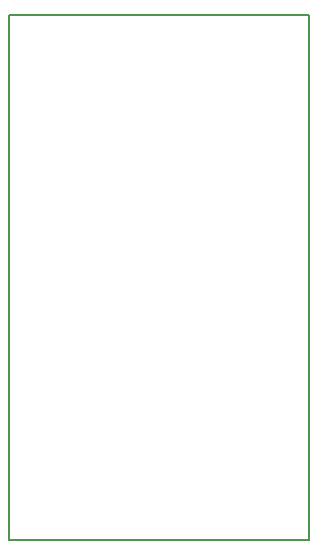
<source format=gko>
G04 PROTEUS RS274X GERBER FILE*
%FSLAX24Y24*%
%MOIN*%
%ADD11C,0.0080*%
G54D11*
X-5000Y-7500D02*
X+5000Y-7500D01*
X+5000Y+10000D01*
X-5000Y+10000D01*
X-5000Y-7500D01*
X+5000Y-7500D01*
X+5000Y+10000D01*
X-5000Y+10000D01*
X-5000Y-7500D01*
M00*

</source>
